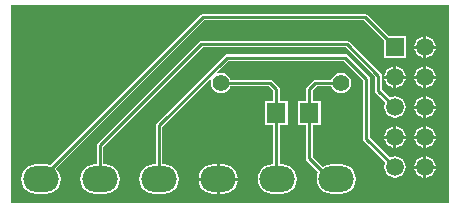
<source format=gtl>
%FSAX24Y24*%
%MOIN*%
G70*
G01*
G75*
G04 Layer_Physical_Order=1*
G04 Layer_Color=255*
%ADD10R,0.0630X0.0709*%
%ADD11C,0.0100*%
%ADD12O,0.1181X0.0866*%
%ADD13C,0.0551*%
%ADD14C,0.0591*%
%ADD15R,0.0591X0.0591*%
G36*
X014800Y000200D02*
X000200D01*
Y006800D01*
X014800D01*
Y000200D01*
D02*
G37*
%LPC*%
G36*
X014352Y002350D02*
X014050D01*
Y002048D01*
X014093Y002054D01*
X014179Y002090D01*
X014253Y002147D01*
X014310Y002221D01*
X014346Y002307D01*
X014352Y002350D01*
D02*
G37*
G36*
X012950Y002752D02*
X012907Y002746D01*
X012821Y002710D01*
X012747Y002653D01*
X012690Y002579D01*
X012654Y002493D01*
X012648Y002450D01*
X012950D01*
Y002752D01*
D02*
G37*
G36*
X013352Y002350D02*
X013050D01*
Y002048D01*
X013093Y002054D01*
X013179Y002090D01*
X013253Y002147D01*
X013310Y002221D01*
X013346Y002307D01*
X013352Y002350D01*
D02*
G37*
G36*
X013950D02*
X013648D01*
X013654Y002307D01*
X013690Y002221D01*
X013747Y002147D01*
X013821Y002090D01*
X013907Y002054D01*
X013950Y002048D01*
Y002350D01*
D02*
G37*
G36*
X014050Y002752D02*
Y002450D01*
X014352D01*
X014346Y002493D01*
X014310Y002579D01*
X014253Y002653D01*
X014179Y002710D01*
X014093Y002746D01*
X014050Y002752D01*
D02*
G37*
G36*
X013950Y003350D02*
X013648D01*
X013654Y003307D01*
X013690Y003221D01*
X013747Y003147D01*
X013821Y003090D01*
X013907Y003054D01*
X013950Y003048D01*
Y003350D01*
D02*
G37*
G36*
X013050Y002752D02*
Y002450D01*
X013352D01*
X013346Y002493D01*
X013310Y002579D01*
X013253Y002653D01*
X013179Y002710D01*
X013093Y002746D01*
X013050Y002752D01*
D02*
G37*
G36*
X013950D02*
X013907Y002746D01*
X013821Y002710D01*
X013747Y002653D01*
X013690Y002579D01*
X013654Y002493D01*
X013648Y002450D01*
X013950D01*
Y002752D01*
D02*
G37*
G36*
X012950Y002350D02*
X012648D01*
X012654Y002307D01*
X012690Y002221D01*
X012747Y002147D01*
X012821Y002090D01*
X012907Y002054D01*
X012950Y002048D01*
Y002350D01*
D02*
G37*
G36*
X013950Y001350D02*
X013648D01*
X013654Y001307D01*
X013690Y001221D01*
X013747Y001147D01*
X013821Y001090D01*
X013907Y001054D01*
X013950Y001048D01*
Y001350D01*
D02*
G37*
G36*
X014352D02*
X014050D01*
Y001048D01*
X014093Y001054D01*
X014179Y001090D01*
X014253Y001147D01*
X014310Y001221D01*
X014346Y001307D01*
X014352Y001350D01*
D02*
G37*
G36*
X007056Y000950D02*
X006457D01*
X006468Y000871D01*
X006517Y000751D01*
X006596Y000648D01*
X006699Y000569D01*
X006819Y000520D01*
X006948Y000503D01*
X007056D01*
Y000950D01*
D02*
G37*
G36*
X007754D02*
X007156D01*
Y000503D01*
X007263D01*
X007392Y000520D01*
X007512Y000569D01*
X007615Y000648D01*
X007694Y000751D01*
X007743Y000871D01*
X007754Y000950D01*
D02*
G37*
G36*
X013950Y001752D02*
X013907Y001746D01*
X013821Y001710D01*
X013747Y001653D01*
X013690Y001579D01*
X013654Y001493D01*
X013648Y001450D01*
X013950D01*
Y001752D01*
D02*
G37*
G36*
X014050D02*
Y001450D01*
X014352D01*
X014346Y001493D01*
X014310Y001579D01*
X014253Y001653D01*
X014179Y001710D01*
X014093Y001746D01*
X014050Y001752D01*
D02*
G37*
G36*
X007056Y001497D02*
X006948D01*
X006819Y001480D01*
X006699Y001431D01*
X006596Y001352D01*
X006517Y001249D01*
X006468Y001129D01*
X006457Y001050D01*
X007056D01*
Y001497D01*
D02*
G37*
G36*
X007263D02*
X007156D01*
Y001050D01*
X007754D01*
X007743Y001129D01*
X007694Y001249D01*
X007615Y001352D01*
X007512Y001431D01*
X007392Y001480D01*
X007263Y001497D01*
D02*
G37*
G36*
X014352Y003350D02*
X014050D01*
Y003048D01*
X014093Y003054D01*
X014179Y003090D01*
X014253Y003147D01*
X014310Y003221D01*
X014346Y003307D01*
X014352Y003350D01*
D02*
G37*
G36*
X012000Y006512D02*
X012000Y006512D01*
X006600D01*
X006557Y006504D01*
X006521Y006479D01*
X006521Y006479D01*
X001511Y001470D01*
X001486Y001480D01*
X001357Y001497D01*
X001043D01*
X000914Y001480D01*
X000794Y001431D01*
X000691Y001352D01*
X000612Y001249D01*
X000562Y001129D01*
X000545Y001000D01*
X000562Y000871D01*
X000612Y000751D01*
X000691Y000648D01*
X000794Y000569D01*
X000914Y000520D01*
X001043Y000503D01*
X001357D01*
X001486Y000520D01*
X001606Y000569D01*
X001709Y000648D01*
X001788Y000751D01*
X001838Y000871D01*
X001855Y001000D01*
X001838Y001129D01*
X001788Y001249D01*
X001710Y001351D01*
X006646Y006288D01*
X011954D01*
X012645Y005597D01*
Y005045D01*
X013355D01*
Y005755D01*
X012803D01*
X012079Y006479D01*
X012043Y006504D01*
X012000Y006512D01*
D02*
G37*
G36*
X013950Y005350D02*
X013648D01*
X013654Y005307D01*
X013690Y005221D01*
X013747Y005147D01*
X013821Y005090D01*
X013907Y005054D01*
X013950Y005048D01*
Y005350D01*
D02*
G37*
G36*
Y004752D02*
X013907Y004746D01*
X013821Y004710D01*
X013747Y004653D01*
X013690Y004579D01*
X013654Y004493D01*
X013648Y004450D01*
X013950D01*
Y004752D01*
D02*
G37*
G36*
X014050D02*
Y004450D01*
X014352D01*
X014346Y004493D01*
X014310Y004579D01*
X014253Y004653D01*
X014179Y004710D01*
X014093Y004746D01*
X014050Y004752D01*
D02*
G37*
G36*
X014352Y005350D02*
X014050D01*
Y005048D01*
X014093Y005054D01*
X014179Y005090D01*
X014253Y005147D01*
X014310Y005221D01*
X014346Y005307D01*
X014352Y005350D01*
D02*
G37*
G36*
X014050Y005752D02*
Y005450D01*
X014352D01*
X014346Y005493D01*
X014310Y005579D01*
X014253Y005653D01*
X014179Y005710D01*
X014093Y005746D01*
X014050Y005752D01*
D02*
G37*
G36*
X011400Y005612D02*
X011400Y005612D01*
X006550D01*
X006550Y005612D01*
X006507Y005604D01*
X006471Y005579D01*
X006471Y005579D01*
X003089Y002198D01*
X003065Y002161D01*
X003056Y002119D01*
X003056Y002119D01*
Y001497D01*
X003011D01*
X002882Y001480D01*
X002762Y001431D01*
X002659Y001352D01*
X002580Y001249D01*
X002531Y001129D01*
X002514Y001000D01*
X002531Y000871D01*
X002580Y000751D01*
X002659Y000648D01*
X002762Y000569D01*
X002882Y000520D01*
X003011Y000503D01*
X003326D01*
X003455Y000520D01*
X003575Y000569D01*
X003678Y000648D01*
X003757Y000751D01*
X003806Y000871D01*
X003823Y001000D01*
X003806Y001129D01*
X003757Y001249D01*
X003678Y001352D01*
X003575Y001431D01*
X003455Y001480D01*
X003326Y001497D01*
X003281D01*
Y002072D01*
X006596Y005388D01*
X011354D01*
X012338Y004404D01*
Y003950D01*
X012338Y003950D01*
X012346Y003907D01*
X012371Y003871D01*
X012682Y003560D01*
X012654Y003493D01*
X012642Y003400D01*
X012654Y003307D01*
X012690Y003221D01*
X012747Y003147D01*
X012821Y003090D01*
X012907Y003054D01*
X013000Y003042D01*
X013093Y003054D01*
X013179Y003090D01*
X013253Y003147D01*
X013310Y003221D01*
X013346Y003307D01*
X013358Y003400D01*
X013346Y003493D01*
X013310Y003579D01*
X013253Y003653D01*
X013179Y003710D01*
X013093Y003746D01*
X013000Y003758D01*
X012907Y003746D01*
X012840Y003718D01*
X012562Y003996D01*
Y004450D01*
X012554Y004493D01*
X012529Y004529D01*
X012529Y004529D01*
X011479Y005579D01*
X011443Y005604D01*
X011400Y005612D01*
D02*
G37*
G36*
X011350Y005162D02*
X011350Y005162D01*
X007400D01*
X007400Y005162D01*
X007357Y005154D01*
X007321Y005129D01*
X005058Y002866D01*
X005033Y002830D01*
X005025Y002787D01*
X005025Y002787D01*
Y001497D01*
X004980D01*
X004851Y001480D01*
X004731Y001431D01*
X004628Y001352D01*
X004549Y001249D01*
X004499Y001129D01*
X004482Y001000D01*
X004499Y000871D01*
X004549Y000751D01*
X004628Y000648D01*
X004731Y000569D01*
X004851Y000520D01*
X004980Y000503D01*
X005294D01*
X005423Y000520D01*
X005543Y000569D01*
X005646Y000648D01*
X005725Y000751D01*
X005775Y000871D01*
X005792Y001000D01*
X005775Y001129D01*
X005725Y001249D01*
X005646Y001352D01*
X005543Y001431D01*
X005423Y001480D01*
X005294Y001497D01*
X005249D01*
Y002741D01*
X006837Y004328D01*
X006878Y004300D01*
X006873Y004288D01*
X006862Y004200D01*
X006873Y004112D01*
X006907Y004031D01*
X006961Y003961D01*
X007031Y003907D01*
X007112Y003873D01*
X007200Y003862D01*
X007288Y003873D01*
X007369Y003907D01*
X007439Y003961D01*
X007493Y004031D01*
X007517Y004088D01*
X008804D01*
X008937Y003955D01*
Y003614D01*
X008674D01*
Y002786D01*
X008937D01*
Y001497D01*
X008917D01*
X008788Y001480D01*
X008668Y001431D01*
X008565Y001352D01*
X008486Y001249D01*
X008436Y001129D01*
X008419Y001000D01*
X008436Y000871D01*
X008486Y000751D01*
X008565Y000648D01*
X008668Y000569D01*
X008788Y000520D01*
X008917Y000503D01*
X009232D01*
X009360Y000520D01*
X009480Y000569D01*
X009583Y000648D01*
X009662Y000751D01*
X009712Y000871D01*
X009729Y001000D01*
X009712Y001129D01*
X009662Y001249D01*
X009583Y001352D01*
X009480Y001431D01*
X009360Y001480D01*
X009232Y001497D01*
X009161D01*
Y002786D01*
X009424D01*
Y003614D01*
X009161D01*
Y004001D01*
X009161Y004001D01*
X009152Y004044D01*
X009128Y004080D01*
X009128Y004080D01*
X008929Y004279D01*
X008893Y004304D01*
X008850Y004312D01*
X008850Y004312D01*
X007517D01*
X007493Y004369D01*
X007439Y004439D01*
X007369Y004493D01*
X007288Y004527D01*
X007200Y004538D01*
X007112Y004527D01*
X007100Y004522D01*
X007072Y004563D01*
X007446Y004938D01*
X011304D01*
X011938Y004304D01*
Y002350D01*
X011938Y002350D01*
X011946Y002307D01*
X011971Y002271D01*
X012682Y001560D01*
X012654Y001493D01*
X012642Y001400D01*
X012654Y001307D01*
X012690Y001221D01*
X012747Y001147D01*
X012821Y001090D01*
X012907Y001054D01*
X013000Y001042D01*
X013093Y001054D01*
X013179Y001090D01*
X013253Y001147D01*
X013310Y001221D01*
X013346Y001307D01*
X013358Y001400D01*
X013346Y001493D01*
X013310Y001579D01*
X013253Y001653D01*
X013179Y001710D01*
X013093Y001746D01*
X013000Y001758D01*
X012907Y001746D01*
X012840Y001718D01*
X012162Y002396D01*
Y004350D01*
X012154Y004393D01*
X012129Y004429D01*
X012129Y004429D01*
X011429Y005129D01*
X011393Y005154D01*
X011350Y005162D01*
D02*
G37*
G36*
X013950Y005752D02*
X013907Y005746D01*
X013821Y005710D01*
X013747Y005653D01*
X013690Y005579D01*
X013654Y005493D01*
X013648Y005450D01*
X013950D01*
Y005752D01*
D02*
G37*
G36*
X012950Y004350D02*
X012648D01*
X012654Y004307D01*
X012690Y004221D01*
X012747Y004147D01*
X012821Y004090D01*
X012907Y004054D01*
X012950Y004048D01*
Y004350D01*
D02*
G37*
G36*
X013352D02*
X013050D01*
Y004048D01*
X013093Y004054D01*
X013179Y004090D01*
X013253Y004147D01*
X013310Y004221D01*
X013346Y004307D01*
X013352Y004350D01*
D02*
G37*
G36*
X013950Y003752D02*
X013907Y003746D01*
X013821Y003710D01*
X013747Y003653D01*
X013690Y003579D01*
X013654Y003493D01*
X013648Y003450D01*
X013950D01*
Y003752D01*
D02*
G37*
G36*
X014050D02*
Y003450D01*
X014352D01*
X014346Y003493D01*
X014310Y003579D01*
X014253Y003653D01*
X014179Y003710D01*
X014093Y003746D01*
X014050Y003752D01*
D02*
G37*
G36*
X013950Y004350D02*
X013648D01*
X013654Y004307D01*
X013690Y004221D01*
X013747Y004147D01*
X013821Y004090D01*
X013907Y004054D01*
X013950Y004048D01*
Y004350D01*
D02*
G37*
G36*
X012950Y004752D02*
X012907Y004746D01*
X012821Y004710D01*
X012747Y004653D01*
X012690Y004579D01*
X012654Y004493D01*
X012648Y004450D01*
X012950D01*
Y004752D01*
D02*
G37*
G36*
X013050D02*
Y004450D01*
X013352D01*
X013346Y004493D01*
X013310Y004579D01*
X013253Y004653D01*
X013179Y004710D01*
X013093Y004746D01*
X013050Y004752D01*
D02*
G37*
G36*
X014352Y004350D02*
X014050D01*
Y004048D01*
X014093Y004054D01*
X014179Y004090D01*
X014253Y004147D01*
X014310Y004221D01*
X014346Y004307D01*
X014352Y004350D01*
D02*
G37*
G36*
X011200Y004538D02*
X011112Y004527D01*
X011031Y004493D01*
X010961Y004439D01*
X010907Y004369D01*
X010883Y004312D01*
X010350D01*
X010350Y004312D01*
X010307Y004304D01*
X010271Y004279D01*
X010271Y004279D01*
X010072Y004080D01*
X010048Y004044D01*
X010039Y004001D01*
X010039Y004001D01*
Y003614D01*
X009776D01*
Y002786D01*
X010039D01*
Y001691D01*
X010039Y001691D01*
X010048Y001648D01*
X010072Y001612D01*
X010449Y001235D01*
X010405Y001129D01*
X010388Y001000D01*
X010405Y000871D01*
X010454Y000751D01*
X010533Y000648D01*
X010636Y000569D01*
X010756Y000520D01*
X010885Y000503D01*
X011200D01*
X011329Y000520D01*
X011449Y000569D01*
X011552Y000648D01*
X011631Y000751D01*
X011680Y000871D01*
X011697Y001000D01*
X011680Y001129D01*
X011631Y001249D01*
X011552Y001352D01*
X011449Y001431D01*
X011329Y001480D01*
X011200Y001497D01*
X010885D01*
X010756Y001480D01*
X010636Y001431D01*
X010599Y001402D01*
X010263Y001738D01*
Y002786D01*
X010526D01*
Y003614D01*
X010263D01*
Y003955D01*
X010396Y004088D01*
X010883D01*
X010907Y004031D01*
X010961Y003961D01*
X011031Y003907D01*
X011112Y003873D01*
X011200Y003862D01*
X011288Y003873D01*
X011369Y003907D01*
X011439Y003961D01*
X011493Y004031D01*
X011527Y004112D01*
X011538Y004200D01*
X011527Y004288D01*
X011493Y004369D01*
X011439Y004439D01*
X011369Y004493D01*
X011288Y004527D01*
X011200Y004538D01*
D02*
G37*
%LPD*%
D10*
X009049Y003200D02*
D03*
X010151D02*
D03*
D11*
X012000Y006400D02*
X013000Y005400D01*
X006550Y005500D02*
X011400D01*
X012450Y004450D01*
Y003950D02*
Y004450D01*
Y003950D02*
X013000Y003400D01*
X012050Y002350D02*
X013000Y001400D01*
X012050Y002350D02*
Y004350D01*
X011350Y005050D02*
X012050Y004350D01*
X007400Y005050D02*
X011350D01*
X008874Y001000D02*
X009049Y001175D01*
X008850Y004200D02*
X009049Y004001D01*
X010151Y001691D02*
X010843Y001000D01*
X010151Y004001D02*
X010350Y004200D01*
X011100D01*
X010151Y001691D02*
Y004001D01*
X001200Y001000D02*
X006600Y006400D01*
X003169Y001000D02*
Y002119D01*
X006550Y005500D01*
X005137Y001000D02*
Y002787D01*
X007400Y005050D01*
X006600Y006400D02*
X012000D01*
X007200Y004200D02*
X008850D01*
X009049Y001175D02*
Y004001D01*
D12*
X011043Y001000D02*
D03*
X009074D02*
D03*
X007106D02*
D03*
X005137D02*
D03*
X003169D02*
D03*
X001200D02*
D03*
D13*
X011200Y004200D02*
D03*
X007200D02*
D03*
D14*
X014000Y001400D02*
D03*
X013000D02*
D03*
X014000Y002400D02*
D03*
X013000D02*
D03*
X014000Y003400D02*
D03*
X013000D02*
D03*
X014000Y004400D02*
D03*
X013000D02*
D03*
X014000Y005400D02*
D03*
D15*
X013000D02*
D03*
M02*

</source>
